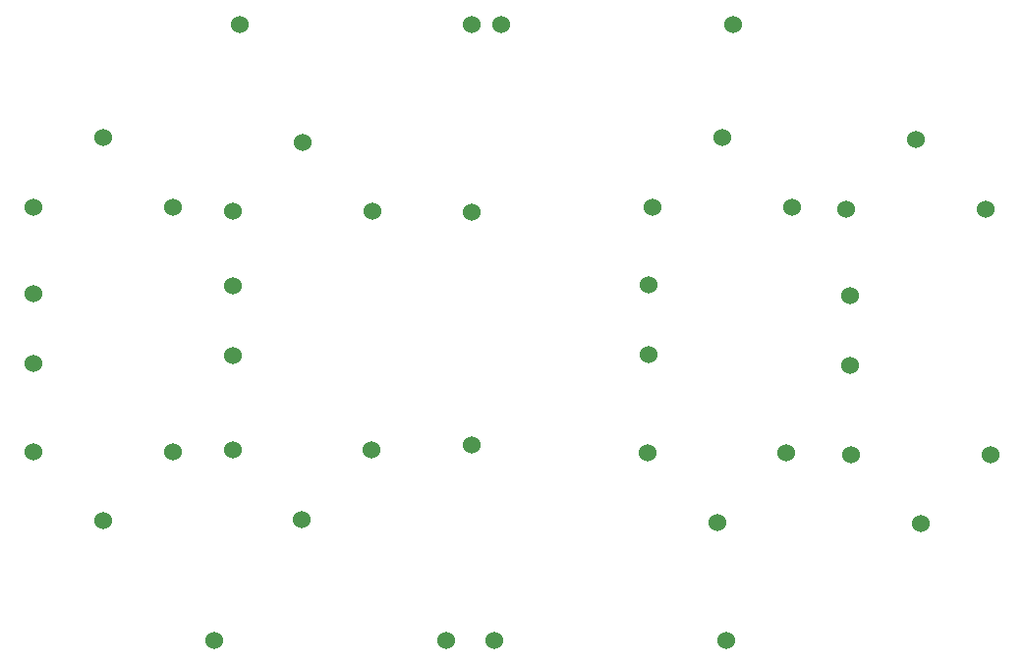
<source format=gbr>
%TF.GenerationSoftware,KiCad,Pcbnew,(6.0.7)*%
%TF.CreationDate,2022-09-05T15:07:55+08:00*%
%TF.ProjectId,6_5,365f352e-6b69-4636-9164-5f7063625858,rev?*%
%TF.SameCoordinates,Original*%
%TF.FileFunction,Soldermask,Top*%
%TF.FilePolarity,Negative*%
%FSLAX46Y46*%
G04 Gerber Fmt 4.6, Leading zero omitted, Abs format (unit mm)*
G04 Created by KiCad (PCBNEW (6.0.7)) date 2022-09-05 15:07:55*
%MOMM*%
%LPD*%
G01*
G04 APERTURE LIST*
%ADD10C,1.524000*%
G04 APERTURE END LIST*
D10*
%TO.C,ES2*%
X82550000Y-53340000D03*
X82550000Y-59340000D03*
%TD*%
%TO.C,U7*%
X88442800Y-73818000D03*
X94442800Y-67818000D03*
X82442800Y-67818000D03*
%TD*%
%TO.C,MM1*%
X46761400Y-53390800D03*
X46761400Y-59390800D03*
%TD*%
%TO.C,R1*%
X47327800Y-30886400D03*
X67327800Y-30886400D03*
%TD*%
%TO.C,R4*%
X45137800Y-83944200D03*
X65137800Y-83944200D03*
%TD*%
%TO.C,U10*%
X106019600Y-73919600D03*
X112019600Y-67919600D03*
X100019600Y-67919600D03*
%TD*%
%TO.C,Es1*%
X29540200Y-54104800D03*
X29540200Y-60104800D03*
%TD*%
%TO.C,U2*%
X35560000Y-73660000D03*
X41560000Y-67660000D03*
X29560000Y-67660000D03*
%TD*%
%TO.C,MM2*%
X99949000Y-54251600D03*
X99949000Y-60251600D03*
%TD*%
%TO.C,R3*%
X67310000Y-47073800D03*
X67310000Y-67073800D03*
%TD*%
%TO.C,R2*%
X69832200Y-30886400D03*
X89832200Y-30886400D03*
%TD*%
%TO.C,U4*%
X52705000Y-73538600D03*
X58705000Y-67538600D03*
X46705000Y-67538600D03*
%TD*%
%TO.C,R5*%
X69273400Y-83947000D03*
X89273400Y-83947000D03*
%TD*%
%TO.C,U3*%
X52761400Y-40990000D03*
X58761400Y-46990000D03*
X46761400Y-46990000D03*
%TD*%
%TO.C,U6*%
X88900000Y-40640000D03*
X94900000Y-46640000D03*
X82900000Y-46640000D03*
%TD*%
%TO.C,U1*%
X35560000Y-40640000D03*
X41560000Y-46640000D03*
X29560000Y-46640000D03*
%TD*%
%TO.C,U9*%
X105562400Y-40815000D03*
X111562400Y-46815000D03*
X99562400Y-46815000D03*
%TD*%
M02*

</source>
